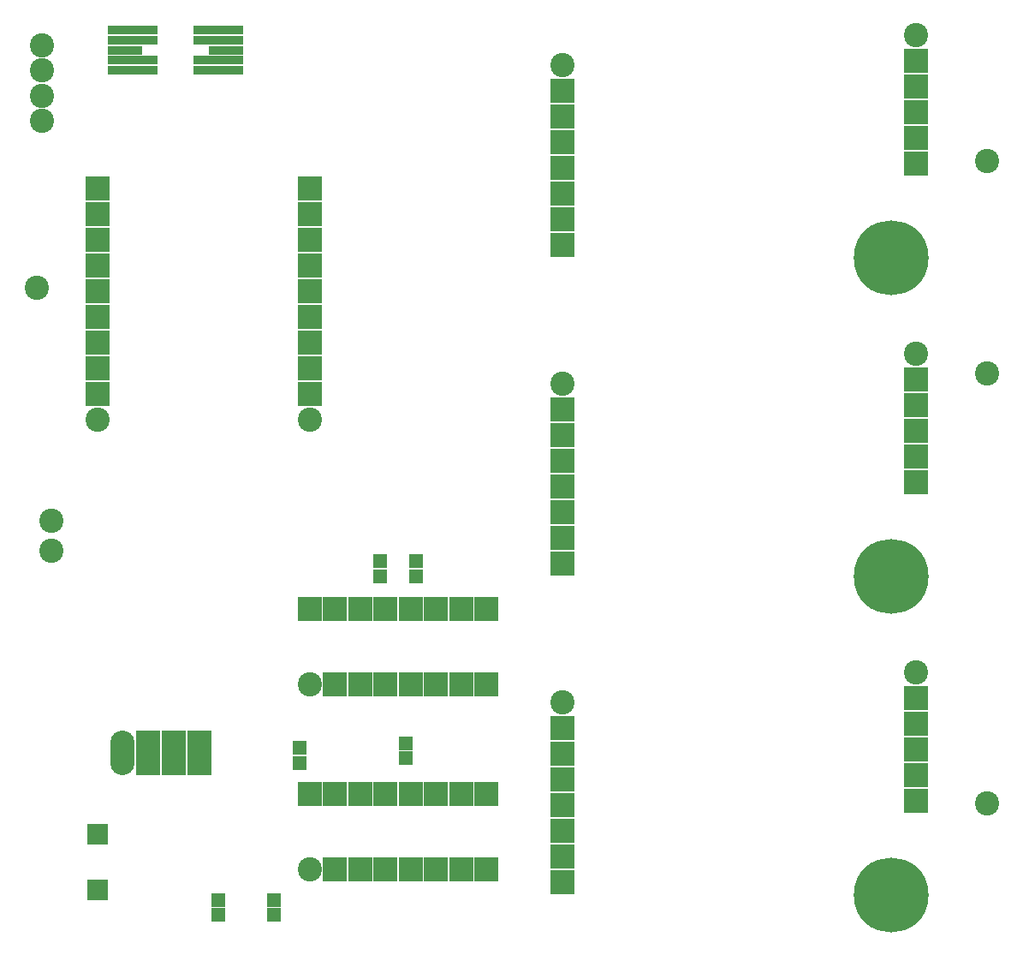
<source format=gbr>
G04 #@! TF.GenerationSoftware,KiCad,Pcbnew,(5.0.0)*
G04 #@! TF.CreationDate,2019-01-30T09:12:48+03:00*
G04 #@! TF.ProjectId,invertor,696E766572746F722E6B696361645F70,rev?*
G04 #@! TF.SameCoordinates,Original*
G04 #@! TF.FileFunction,Soldermask,Top*
G04 #@! TF.FilePolarity,Negative*
%FSLAX46Y46*%
G04 Gerber Fmt 4.6, Leading zero omitted, Abs format (unit mm)*
G04 Created by KiCad (PCBNEW (5.0.0)) date 01/30/19 09:12:48*
%MOMM*%
%LPD*%
G01*
G04 APERTURE LIST*
%ADD10R,2.400000X2.400000*%
%ADD11C,2.400000*%
%ADD12C,7.400000*%
%ADD13R,4.900000X0.900000*%
%ADD14R,3.400000X0.900000*%
%ADD15R,2.100000X2.100000*%
%ADD16R,2.400000X4.400000*%
%ADD17O,2.400000X4.400000*%
%ADD18R,1.400000X1.400000*%
G04 APERTURE END LIST*
D10*
G04 #@! TO.C,A2*
X-110000000Y460000D03*
X-110000000Y-4620000D03*
X-110000000Y-9700000D03*
X-110000000Y-7160000D03*
X-110000000Y-2080000D03*
D11*
X-110000000Y3000000D03*
D12*
X-112500000Y-19000000D03*
D10*
X-145000000Y-17780000D03*
X-145000000Y-15240000D03*
X-145000000Y-12700000D03*
X-145000000Y-10160000D03*
X-145000000Y-7620000D03*
X-145000000Y-5080000D03*
X-145000000Y-2540000D03*
D11*
X-145000000Y0D03*
G04 #@! TD*
D10*
G04 #@! TO.C,A3*
X-110000000Y-31040000D03*
X-110000000Y-36120000D03*
X-110000000Y-41200000D03*
X-110000000Y-38660000D03*
X-110000000Y-33580000D03*
D11*
X-110000000Y-28500000D03*
D12*
X-112500000Y-50500000D03*
D10*
X-145000000Y-49280000D03*
X-145000000Y-46740000D03*
X-145000000Y-44200000D03*
X-145000000Y-41660000D03*
X-145000000Y-39120000D03*
X-145000000Y-36580000D03*
X-145000000Y-34040000D03*
D11*
X-145000000Y-31500000D03*
G04 #@! TD*
D10*
G04 #@! TO.C,A4*
X-110000000Y-62540000D03*
X-110000000Y-67620000D03*
X-110000000Y-72700000D03*
X-110000000Y-70160000D03*
X-110000000Y-65080000D03*
D11*
X-110000000Y-60000000D03*
D12*
X-112500000Y-82000000D03*
D10*
X-145000000Y-80780000D03*
X-145000000Y-78240000D03*
X-145000000Y-75700000D03*
X-145000000Y-73160000D03*
X-145000000Y-70620000D03*
X-145000000Y-68080000D03*
X-145000000Y-65540000D03*
D11*
X-145000000Y-63000000D03*
G04 #@! TD*
G04 #@! TO.C,A1*
X-170000000Y-35000000D03*
X-191000000Y-35000000D03*
D10*
X-170000000Y-32460000D03*
X-170000000Y-29920000D03*
X-170000000Y-27380000D03*
X-170000000Y-24840000D03*
X-170000000Y-22300000D03*
X-170000000Y-19760000D03*
X-170000000Y-17220000D03*
X-170000000Y-14680000D03*
X-170000000Y-12140000D03*
X-191000000Y-29920000D03*
X-191000000Y-32460000D03*
X-191000000Y-22300000D03*
X-191000000Y-17220000D03*
X-191000000Y-19760000D03*
X-191000000Y-24840000D03*
X-191000000Y-12140000D03*
X-191000000Y-27380000D03*
X-191000000Y-14680000D03*
G04 #@! TD*
D11*
G04 #@! TO.C,DA1*
X-170000000Y-79500000D03*
D10*
X-167500000Y-79500000D03*
X-165000000Y-79500000D03*
X-162500000Y-79500000D03*
X-160000000Y-79500000D03*
X-157500000Y-79500000D03*
X-155000000Y-79500000D03*
X-152500000Y-79500000D03*
X-170000000Y-72000000D03*
X-167500000Y-72000000D03*
X-165000000Y-72000000D03*
X-162500000Y-72000000D03*
X-160000000Y-72000000D03*
X-157500000Y-72000000D03*
X-155000000Y-72000000D03*
X-152500000Y-72000000D03*
G04 #@! TD*
G04 #@! TO.C,DA2*
X-152480344Y-53711173D03*
X-154980344Y-53711173D03*
X-157480344Y-53711173D03*
X-159980344Y-53711173D03*
X-162480344Y-53711173D03*
X-164980344Y-53711173D03*
X-167480344Y-53711173D03*
X-169980344Y-53711173D03*
X-152480344Y-61211173D03*
X-154980344Y-61211173D03*
X-157480344Y-61211173D03*
X-159980344Y-61211173D03*
X-162480344Y-61211173D03*
X-164980344Y-61211173D03*
X-167480344Y-61211173D03*
D11*
X-169980344Y-61211173D03*
G04 #@! TD*
D13*
G04 #@! TO.C,DD1*
X-179000000Y-500000D03*
X-179000000Y500000D03*
D14*
X-178250000Y1500000D03*
D13*
X-179000000Y2500000D03*
X-179000000Y3500000D03*
X-187500000Y-500000D03*
X-187500000Y500000D03*
D14*
X-188250000Y1500000D03*
D13*
X-187500000Y2500000D03*
X-187500000Y3500000D03*
G04 #@! TD*
D15*
G04 #@! TO.C,FU1*
X-191000000Y-76000000D03*
X-191000000Y-81500000D03*
G04 #@! TD*
D16*
G04 #@! TO.C,G1*
X-180920000Y-68000000D03*
X-183460000Y-68000000D03*
X-186000000Y-68000000D03*
D17*
X-188540000Y-68000000D03*
G04 #@! TD*
D11*
G04 #@! TO.C,X1*
X-195500000Y-48000000D03*
G04 #@! TD*
G04 #@! TO.C,X2*
X-195500000Y-45000000D03*
G04 #@! TD*
G04 #@! TO.C,X3*
X-103000000Y-9500000D03*
G04 #@! TD*
G04 #@! TO.C,X4*
X-103000000Y-30500000D03*
G04 #@! TD*
G04 #@! TO.C,X5*
X-103000000Y-73000000D03*
G04 #@! TD*
G04 #@! TO.C,X6*
X-196500000Y2000000D03*
G04 #@! TD*
G04 #@! TO.C,X7*
X-196500000Y-500000D03*
G04 #@! TD*
G04 #@! TO.C,X8*
X-196500000Y-3000000D03*
G04 #@! TD*
G04 #@! TO.C,X10*
X-197000000Y-22000000D03*
G04 #@! TD*
G04 #@! TO.C,X9*
X-196500000Y-5500000D03*
G04 #@! TD*
D18*
G04 #@! TO.C,HL1*
X-171000000Y-69000000D03*
X-171000000Y-67500000D03*
G04 #@! TD*
G04 #@! TO.C,HL2*
X-160500000Y-67000000D03*
X-160500000Y-68500000D03*
G04 #@! TD*
G04 #@! TO.C,HL3*
X-179000000Y-84000000D03*
X-179000000Y-82500000D03*
G04 #@! TD*
G04 #@! TO.C,HL4*
X-173500000Y-82500000D03*
X-173500000Y-84000000D03*
G04 #@! TD*
G04 #@! TO.C,HL5*
X-159500000Y-50500000D03*
X-159500000Y-49000000D03*
G04 #@! TD*
G04 #@! TO.C,HL6*
X-163000000Y-49000000D03*
X-163000000Y-50500000D03*
G04 #@! TD*
M02*

</source>
